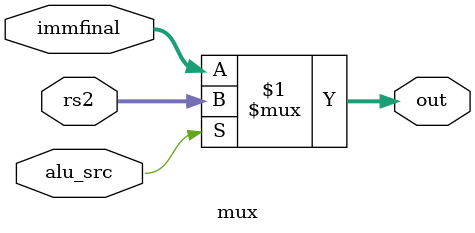
<source format=sv>
module mux(rs2, immfinal, alu_src, out);
    input logic [31:0] rs2;
    input logic [31:0] immfinal;
    input logic alu_src;  // changed to single-bit control
    output logic [31:0] out;

    assign out = alu_src ? rs2 : immfinal;
endmodule

</source>
